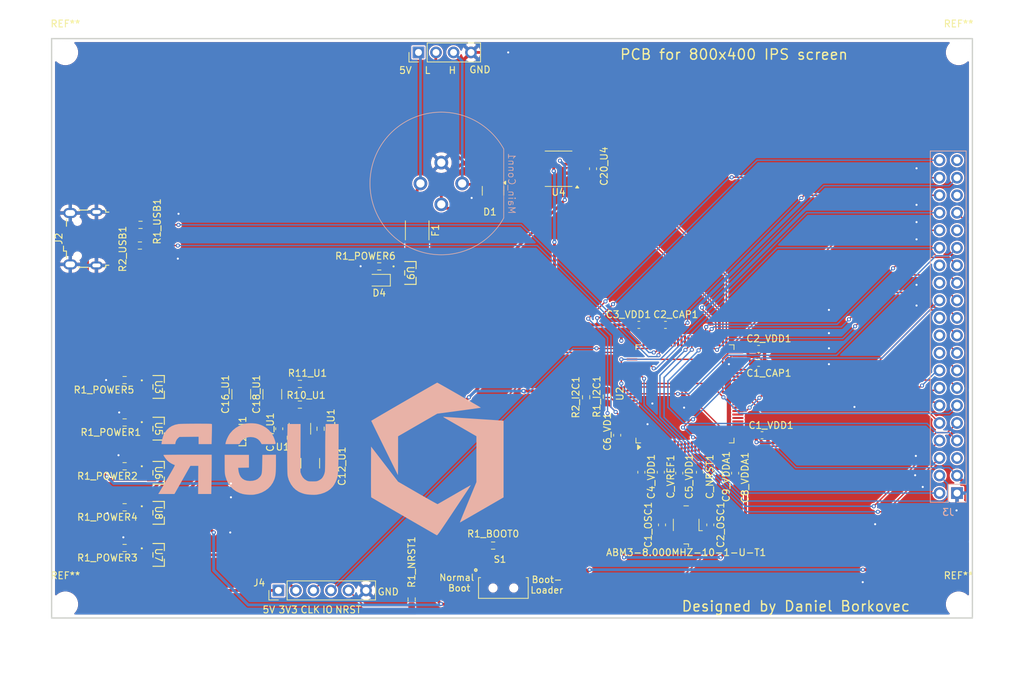
<source format=kicad_pcb>
(kicad_pcb (version 20241229) (generator "pcbnew") (generator_version "9.0")
  (layers (0 "F.Cu" signal) (2 "B.Cu" signal) (13 "F.Paste" user) (15 "B.Paste" user) (5 "F.SilkS" user "F.Silkscreen") (7 "B.SilkS" user "B.Silkscreen") (1 "F.Mask" user) (3 "B.Mask" user) (25 "Edge.Cuts" user))
  (net 0 "")
  (net 1 "GND")
  (net 2 "Net-(U2-PH1)")
  (net 3 "Net-(U2-PH0)")
  (net 4 "Net-(U2-VCAP_1)")
  (net 5 "+3V3")
  (net 6 "Net-(U2-VCAP_2)")
  (net 7 "+5V")
  (net 8 "Net-(U1-VBST)")
  (net 9 "Net-(U1-SW)")
  (net 10 "3V3 REG")
  (net 11 "NRST")
  (net 12 "CANH")
  (net 13 "CANL")
  (net 14 "5V USB")
  (net 15 "5V MAIN CON")
  (net 16 "3V3 DEBUG CON")
  (net 17 "5V DEBUG CON")
  (net 18 "Net-(Main_Conn1-Pin_1)")
  (net 20 "Net-(J2-D-)")
  (net 21 "Net-(J2-D+)")
  (net 22 "T_SDA")
  (net 23 "LCD_D1")
  (net 24 "LCD_D5")
  (net 25 "LCD_RS")
  (net 26 "LCD_D15")
  (net 27 "LCD_LED_A")
  (net 28 "LCD_WR")
  (net 29 "LCD_D13")
  (net 30 "LCD_D9")
  (net 31 "LCD_RESET")
  (net 32 "LCD_D10")
  (net 33 "LCD_D14")
  (net 35 "LCD_D0")
  (net 36 "LCD_D4")
  (net 37 "LCD_D11")
  (net 38 "LCD_D6")
  (net 39 "LCD_D3")
  (net 40 "SD_MISO")
  (net 41 "LCD_D12")
  (net 42 "T_SCL")
  (net 43 "SD_MOSI")
  (net 44 "SD_CLK")
  (net 46 "SD_CS")
  (net 47 "T_RST")
  (net 49 "LCD_D8")
  (net 52 "LCD_D7")
  (net 55 "T_INT")
  (net 56 "LCD_RD")
  (net 57 "LCD_CS")
  (net 59 "LCD_D2")
  (net 60 "SWDIO")
  (net 61 "SWCLK")
  (net 63 "Net-(U2-PA12)")
  (net 64 "Net-(U2-PA11)")
  (net 65 "Net-(U1-EN)")
  (net 66 "Net-(U1-VFB)")
  (net 67 "Net-(U2-BOOT0)")
  (net 68 "CAN1_TX")
  (net 69 "CAN1_RX")
  (net 114 "Net-(R1_POWER1-Pad1)")
  (net 115 "Net-(R1_POWER2-Pad1)")
  (net 116 "Net-(R1_POWER3-Pad1)")
  (net 117 "Net-(R1_POWER4-Pad1)")
  (net 118 "Net-(R1_POWER5-Pad1)")
  (net 119 "Net-(F1-Pad2)")
  (net 120 "Net-(R1_POWER6-Pad1)")
  (footprint "SI2347DS-T1-GE3:SOT_7DS-T1-GE3_VIS" (layer "F.Cu") (at 95.516 128.7498 -90)
    (property "Reference" "U8")
    (property "Value" "SI2347DS-T1-GE3")
  )
  (footprint "Resistor_SMD:R_0603_1608Metric_Pad0.98x0.95mm_HandSolder" (layer "F.Cu") (at 90.5875 133.84988 180)
    (property "Reference" "R1_POWER3")
    (property "Value" "47k")
  )
  (footprint "MountingHole:MountingHole_3.2mm_M3" (layer "F.Cu") (at 82 142)
    (property "Reference" "REF**")
    (property "Value" "MountingHole_3.2mm_M3")
  )
  (footprint "Package_TO_SOT_SMD:SOT-23-6" (layer "F.Cu") (at 116 116.5625 90)
    (property "Reference" "U1")
    (property "Value" "TPS562200")
  )
  (footprint "Capacitor_SMD:C_0603_1608Metric_Pad1.08x0.95mm_HandSolder" (layer "F.Cu") (at 182.5 107)
    (property "Reference" "C1_CAP1")
    (property "Value" "2.2u")
  )
  (footprint "Inductor_SMD:L_1206_3216Metric_Pad1.42x1.75mm_HandSolder" (layer "F.Cu") (at 109.8 117 90)
    (property "Reference" "L2_U1")
    (property "Value" "4.7u")
  )
  (footprint "Resistor_SMD:R_0603_1608Metric_Pad0.98x0.95mm_HandSolder" (layer "F.Cu") (at 90.5875 122 180)
    (property "Reference" "R1_POWER2")
    (property "Value" "47k")
  )
  (footprint "AYZ0102AGRLC:SW_AYZ0102AGRLC" (layer "F.Cu") (at 145.5 139.5)
    (property "Reference" "S1")
    (property "Value" "AYZ0102AGRLC")
  )
  (footprint "Capacitor_SMD:C_0603_1608Metric_Pad1.08x0.95mm_HandSolder" (layer "F.Cu") (at 176.675 122.8625 -90)
    (property "Reference" "C9_VDDA1")
    (property "Value" "1.0u")
  )
  (footprint "SI2347DS-T1-GE3:SOT_7DS-T1-GE3_VIS" (layer "F.Cu") (at 95.516 134.84988 -90)
    (property "Reference" "U7")
    (property "Value" "SI2347DS-T1-GE3")
  )
  (footprint "Resistor_SMD:R_0603_1608Metric_Pad0.98x0.95mm_HandSolder" (layer "F.Cu") (at 132.2 141.3125 90)
    (property "Reference" "R1_NRST1")
    (property "Value" "10k")
  )
  (footprint "Resistor_SMD:R_0603_1608Metric_Pad0.98x0.95mm_HandSolder" (layer "F.Cu") (at 90.5875 109.5 180)
    (property "Reference" "R1_POWER5")
    (property "Value" "47k")
  )
  (footprint "Resistor_SMD:R_0603_1608Metric_Pad0.98x0.95mm_HandSolder" (layer "F.Cu") (at 90.5875 115.65012 180)
    (property "Reference" "R1_POWER1")
    (property "Value" "47k")
  )
  (footprint "Capacitor_SMD:C_0603_1608Metric_Pad1.08x0.95mm_HandSolder" (layer "F.Cu") (at 168.325 122.8625 -90)
    (property "Reference" "C_VREF1")
    (property "Value" "0.1u")
  )
  (footprint "Resistor_SMD:R_0603_1608Metric_Pad0.98x0.95mm_HandSolder" (layer "F.Cu") (at 160.5 111.9125 -90)
    (property "Reference" "R1_I2C1")
    (property "Value" "4.7k")
  )
  (footprint "Capacitor_SMD:C_0603_1608Metric_Pad1.08x0.95mm_HandSolder" (layer "F.Cu") (at 165.5 122.8625 -90)
    (property "Reference" "C4_VDD1")
    (property "Value" "0.1u")
  )
  (footprint "Package_QFP:LQFP-100_14x14mm_P0.5mm" (layer "F.Cu") (at 171.825 111.5 90)
    (property "Reference" "U2")
    (property "Value" "STM32F767VGTx")
  )
  (footprint "Capacitor_SMD:C_0603_1608Metric_Pad1.08x0.95mm_HandSolder" (layer "F.Cu") (at 182.5 105)
    (property "Reference" "C2_VDD1")
    (property "Value" "0.1u")
  )
  (footprint "Capacitor_SMD:C_1210_3225Metric_Pad1.33x2.70mm_HandSolder" (layer "F.Cu") (at 112 111.5625 90)
    (property "Reference" "C18_U1")
    (property "Value" "22u")
  )
  (footprint "Connector_USB:USB_Micro-B_Wuerth_629105150521" (layer "F.Cu") (at 84.55 89.005 90)
    (property "Reference" "J2")
    (property "Value" "USB_B_Micro")
  )
  (footprint "SI2347DS-T1-GE3:SOT_7DS-T1-GE3_VIS" (layer "F.Cu") (at 95.516 122.94996 -90)
    (property "Reference" "U6")
    (property "Value" "SI2347DS-T1-GE3")
  )
  (footprint "Capacitor_SMD:C_0603_1608Metric_Pad1.08x0.95mm_HandSolder" (layer "F.Cu") (at 162 117.5 90)
    (property "Reference" "C6_VD1")
    (property "Value" "0.1u")
  )
  (footprint "Resistor_SMD:R_0603_1608Metric_Pad0.98x0.95mm_HandSolder" (layer "F.Cu") (at 92.8925 87 180)
    (property "Reference" "R1_USB1")
    (property "Value" "22R")
  )
  (footprint "Fuse:Fuse_1812_4532Metric_Pad1.30x3.40mm_HandSolder" (layer "F.Cu") (at 133 87.8 -90)
    (property "Reference" "F1")
    (property "Value" "0.75A")
  )
  (footprint "Resistor_SMD:R_0603_1608Metric_Pad0.98x0.95mm_HandSolder" (layer "F.Cu") (at 119 116.5625 90)
    (property "Reference" "R5_U1")
    (property "Value" "10k")
  )
  (footprint "Connector_PinHeader_2.54mm:PinHeader_1x04_P2.54mm_Vertical" (layer "F.Cu") (at 133.19 62 90)
    (property "Reference" "Main_Conn_Parallel1" (hide yes))
    (property "Value" "Conn_01x04")
  )
  (footprint "Capacitor_SMD:C_1210_3225Metric_Pad1.33x2.70mm_HandSolder" (layer "F.Cu") (at 107.5 111.5625 90)
    (property "Reference" "C16_U1")
    (property "Value" "22u")
  )
  (footprint "Capacitor_SMD:C_0603_1608Metric_Pad1.08x0.95mm_HandSolder" (layer "F.Cu") (at 169 101.5)
    (property "Reference" "C2_CAP1")
    (property "Value" "2.2u")
  )
  (footprint "Diode_SMD:D_SOD-323" (layer "F.Cu") (at 127.5 95.025 180)
    (property "Reference" "D4")
    (property "Value" "BZX384xxxx")
  )
  (footprint "Capacitor_SMD:C_0603_1608Metric_Pad1.08x0.95mm_HandSolder" (layer "F.Cu") (at 168.5 130.5 -90)
    (property "Reference" "C1_OSC1")
    (property "Value" "10p")
  )
  (footprint "SI2347DS-T1-GE3:SOT_7DS-T1-GE3_VIS" (layer "F.Cu") (at 132.016 93.97496 -90)
    (property "Reference" "U9")
    (property "Value" "SI2347DS-T1-GE3")
  )
  (footprint "Capacitor_SMD:C_0603_1608Metric_Pad1.08x0.95mm_HandSolder" (layer "F.Cu") (at 113 116.5625 90)
    (property "Reference" "C14_U1")
    (property "Value" "0.1u")
  )
  (footprint "Resistor_SMD:R_0603_1608Metric_Pad0.98x0.95mm_HandSolder" (layer "F.Cu") (at 144.0125 133.5 180)
    (property "Reference" "R1_BOOT0")
    (property "Value" "10k")
  )
  (footprint "Capacitor_SMD:C_0603_1608Metric_Pad1.08x0.95mm_HandSolder" (layer "F.Cu") (at 120.5 120.925 -90)
    (property "Reference" "C12_U1")
    (property "Value" "0.1u")
  )
  (footprint "Capacitor_SMD:C_1210_3225Metric_Pad1.33x2.70mm_HandSolder" (layer "F.Cu") (at 117.5 121.5625 -90)
    (property "Reference" "C10_U1")
    (property "Value" "15u")
  )
  (footprint "Capacitor_SMD:C_0603_1608Metric_Pad1.08x0.95mm_HandSolder" (layer "F.Cu") (at 175.5 130.5 90)
    (property "Reference" "C2_OSC1")
    (property "Value" "10p")
  )
  (footprint "Resistor_SMD:R_0603_1608Metric_Pad0.98x0.95mm_HandSolder" (layer "F.Cu") (at 127.5 93.025 180)
    (property "Reference" "R1_POWER6")
    (property "Value" "47k")
  )
  (footprint "Package_SO:SOIC-8_3.9x4.9mm_P1.27mm" (layer "F.Cu") (at 153.5 78.865 180)
    (property "Reference" "U4")
    (property "Value" "MCP2562-E-MF")
  )
  (footprint "MountingHole:MountingHole_3.2mm_M3" (layer "F.Cu") (at 211.5 62)
    (property "Reference" "REF**")
    (property "Value" "MountingHole_3.2mm_M3")
  )
  (footprint "Crystal:Crystal_SMD_Abracon_ABM3B-4Pin_5.0x3.2mm" (layer "F.Cu") (at 172 130.5 90)
    (property "Reference" "ABM3-8.000MHZ-10-1-U-T1")
    (property "Value" "Crystal_GND24")
  )
  (footprint "Resistor_SMD:R_0603_1608Metric_Pad0.98x0.95mm_HandSolder" (layer "F.Cu") (at 116 110.0625 180)
    (property "Reference" "R11_U1")
    (property "Value" "10k")
  )
  (footprint "MountingHole:MountingHole_3.2mm_M3" (layer "F.Cu") (at 82 62)
    (property "Reference" "REF**")
    (property "Value" "MountingHole_3.2mm_M3")
  )
  (footprint "Connector_PinHeader_2.54mm:PinHeader_1x06_P2.54mm_Vertical" (layer "F.Cu") (at 112.88 140 90)
    (property "Reference" "J4")
    (property "Value" "Conn_01x06")
  )
  (footprint "Capacitor_SMD:C_0603_1608Metric_Pad1.08x0.95mm_HandSolder" (layer "F.Cu") (at 171 123 -90)
    (property "Reference" "C5_VDD1")
    (property "Value" "0.1u")
  )
  (footprint "Capacitor_SMD:C_0603_1608Metric_Pad1.08x0.95mm_HandSolder" (layer "F.Cu") (at 158.5 78.865 90)
    (property "Reference" "C20_U4")
    (property "Value" "0.1u")
  )
  (footprint "SI2347DS-T1-GE3:SOT_7DS-T1-GE3_VIS" (layer "F.Cu") (at 95.516 110.5 -90)
    (property "Reference" "U3")
    (property "Value" "SI2347DS-T1-GE3")
  )
  (footprint "Capacitor_SMD:C_0603_1608Metric_Pad1.08x0.95mm_HandSolder" (layer "F.Cu") (at 179.1 123 -90)
    (property "Reference" "C8_VDDA1")
    (property "Value" "0.1u")
  )
  (footprint "Capacitor_SMD:C_0603_1608Metric_Pad1.08x0.95mm_HandSolder" (layer "F.Cu") (at 165.1375 101.5)
    (property "Reference" "C3_VDD1")
    (property "Value" "0.1u")
  )
  (footprint "Resistor_SMD:R_0603_1608Metric_Pad0.98x0.95mm_HandSolder" (layer "F.Cu") (at 90.5875 127.94996 180)
    (property "Reference" "R1_POWER4")
    (property "Value" "47k")
  )
  (footprint "Resistor_SMD:R_0603_1608Metric_Pad0.98x0.95mm_HandSolder" (layer "F.Cu") (at 157.5 112 -90)
    (property "Reference" "R2_I2C1")
    (property "Value" "4.7k")
  )
  (footprint "Resistor_SMD:R_0603_1608Metric_Pad0.98x0.95mm_HandSolder" (layer "F.Cu") (at 92.805 90 180)
    (property "Reference" "R2_USB1")
    (property "Value" "22R")
  )
  (footprint "Resistor_SMD:R_0603_1608Metric_Pad0.98x0.95mm_HandSolder" (layer "F.Cu") (at 116 113.0625)
    (property "Reference" "R10_U1")
    (property "Value" "33.2k")
  )
  (footprint "Package_TO_SOT_SMD:SOT-23" (layer "F.Cu") (at 144 82.0625 -90)
    (property "Reference" "D1")
    (property "Value" "CAN_TVS")
  )
  (footprint "Capacitor_SMD:C_0603_1608Metric_Pad1.08x0.95mm_HandSolder" (layer "F.Cu") (at 174 122.8625 -90)
    (property "Reference" "C_NRST1")
    (property "Value" "0.1u")
  )
  (footprint "Capacitor_SMD:C_0603_1608Metric_Pad1.08x0.95mm_HandSolder" (layer "F.Cu") (at 183 117.5)
    (property "Reference" "C1_VDD1")
    (property "Value" "0.1u")
  )
  (footprint "SI2347DS-T1-GE3:SOT_7DS-T1-GE3_VIS" (layer "F.Cu") (at 95.516 116.55004 -90)
    (property "Reference" "U5")
    (property "Value" "SI2347DS-T1-GE3")
  )
  (footprint "MountingHole:MountingHole_3.2mm_M3" (layer "F.Cu") (at 211.5 142)
    (property "Reference" "REF**")
    (property "Value" "MountingHole_3.2mm_M3")
  )
  (footprint "Connector_PinSocket_2.54mm:PinSocket_2x20_P2.54mm_Vertical" (layer "B.Cu") (at 211.27 125.89)
    (property "Reference" "J3")
    (property "Value" "Conn_02x20_Socket")
  )
  (footprint "UGR:Bulgin_4_Pin" (layer "B.Cu") (at 136.5 81 -90)
    (property "Reference" "Main_Conn1")
    (property "Value" "Conn_01x04")
  )
  (footprint "Library:UGR_ALL_SILK_50mm" (layer "B.Cu") (at 120.5 120.925 180)
    (property "Reference" "G***" (hide yes))
    (property "Value" "LOGO" (hide yes))
  )
  (gr_rect (start 80 60) (end 213.5 144) (stroke (width 0.2)) (fill no) (layer "Edge.Cuts"))
  (gr_text "PCB for 800x400 IPS screen" (at 178.935 62.3 0) (layer "F.SilkS") (effects (font (size 1.5 1.5) (thickness 0.2))))
  (gr_text "5V" (at 131.3 64.6 0) (layer "F.SilkS") (effects (font (size 1 1))))
  (gr_text "3V3\n" (at 114.3 142.8 0) (layer "F.SilkS") (effects (font (size 1 1))))
  (gr_text "L\n" (at 134.5 64.6 0) (layer "F.SilkS") (effects (font (size 1 1))))
  (gr_text "CLK\n" (at 117.5 142.8 0) (layer "F.SilkS") (effects (font (size 1 1))))
  (gr_text "Normal \nBoot\n" (at 139.1 138.9 0) (layer "F.SilkS") (effects (font (size 0.944882 0.944882))))
  (gr_text "5V" (at 111.5 142.8 0) (layer "F.SilkS") (effects (font (size 1 1))))
  (gr_text "Boot-\nLoader" (at 151.8 139.2 0) (layer "F.SilkS") (effects (font (size 0.944882 0.944882))))
  (gr_text "NRST" (at 123 142.8 0) (layer "F.SilkS") (effects (font (size 1 1))))
  (gr_text "GND\n" (at 142.1 64.5 0) (layer "F.SilkS") (effects (font (size 1 1))))
  (gr_text "GND" (at 128.8 140.2 0) (layer "F.SilkS") (effects (font (size 1 1))))
  (gr_text "IO" (at 120 142.8 0) (layer "F.SilkS") (effects (font (size 1 1))))
  (gr_text "H" (at 138.1 64.6 0) (layer "F.SilkS") (effects (font (size 1 1))))
  (gr_text "Designed by Daniel Borkovec\n" (at 187.9 142.3 0) (layer "F.SilkS") (effects (font (size 1.5 1.5) (thickness 0.2))))
  (segment (start 166.4 115.9) (end 166.4 113.6) (width 0.2) (layer "F.Cu") (net 1))
  (segment (start 178.2 106.4) (end 178.2 107.2) (width 0.2) (layer "F.Cu") (net 1))
  (segment (start 89.675 122) (end 89.675 120.425) (width 0.2) (layer "F.Cu") (net 1))
  (segment (start 182.3625 106) (end 183.3625 107) (width 0.2) (layer "F.Cu") (net 1))
  (segment (start 174.3375 129.6375) (end 175.5 129.6375) (width 0.2) (layer "F.Cu") (net 1))
  (segment (start 166.325 101.825) (end 166 101.5) (width 0.2) (layer "F.Cu") (net 1))
  (segment (start 89.675 114.325) (end 89.8 114.2) (width 0.2) (layer "F.Cu") (net 1))
  (segment (start 154.216612 80.77) (end 155.486612 79.5) (width 0.4) (layer "F.Cu") (net 1))
  (segment (start 89.675 120.425) (end 89.7 120.4) (width 0.2) (layer "F.Cu") (net 1))
  (segment (start 170.325 117.275) (end 170.6 117) (width 0.2) (layer "F.Cu") (net 1))
  (segment (start 89.675 133.84988) (end 89.675 133.025) (width 0.2) (layer "F.Cu") (net 1))
  (segment (start 171.7 113.5) (end 171.1 112.9) (width 0.2) (layer "F.Cu") (net 1))
  (segment (start 126.5875 93.025) (end 124.825 93.025) (width 0.2) (layer "F.Cu") (net 1))
  (segment (start 140.81 62) (end 146.2 62) (width 0.4) (layer "F.Cu") (net 1))
  (segment (start 173.483824 117) (end 174.557824 118.074) (width 0.2) (layer "F.Cu") (net 1))
  (segment (start 174.825 118.341176) (end 174.825 119.175) (width 0.2) (layer "F.Cu") (net 1))
  (segment (start 166.4 113.6) (end 167.1 112.9) (width 0.2) (layer "F.Cu") (net 1))
  (segment (start 174.557824 118.074) (end 174.825 118.341176) (width 0.2) (layer "F.Cu") (net 1))
  (segment (start 170.05 117) (end 170.325 117.275) (width 0.2) (layer "F.Cu") (net 1))
  (segment (start 88.95004 127.94996) (end 88.1 128.8) (width 0.2) (layer "F.Cu") (net 1))
  (segment (start 89.675 133.025) (end 90.4 132.3) (width 0.2) (layer "F.Cu") (net 1))
  (segment (start 151.025 80.77) (end 154.216612 80.77) (width 0.4) (layer "F.Cu") (net 1))
  (segment (start 211.27 125.89) (end 211.27 128.33) (width 0.2) (layer "F.Cu") (net 1))
  (segment (start 169.6625 131.3625) (end 170.15 131.85) (width 0.2) (layer "F.Cu") (net 1))
  (segment (start 89.675 127.94996) (end 88.95004 127.94996) (width 0.2) (layer "F.Cu") (net 1))
  (segment (start 179.5 106) (end 182.1 106) (width 0.2) (layer "F.Cu") (net 1))
  (segment (start 173.2 128.5) (end 174.3375 129.6375) (width 0.2) (layer "F.Cu") (net 1))
  (segment (start 166.325 103.825) (end 166.325 101.825) (width 0.2) (layer "F.Cu") (net 1))
  (segment (start 170.15 131.85) (end 170.8 132.5) (width 0.2) (layer "F.Cu") (net 1))
  (segment (start 155.486612 79.5) (end 155.975 79.5) (width 0.4) (layer "F.Cu") (net 1))
  (segment (start 170.15 131.55) (end 173.2 128.5) (width 0.2) (layer "F.Cu") (net 1))
  (segment (start 124.825 93.025) (end 124.8 93) (width 0.2) (layer "F.Cu") (net 1))
  (segment (start 89.675 109.5) (end 87.9 109.5) (width 0.2) (layer "F.Cu") (net 1))
  (segment (start 170.6 117) (end 173.483824 117) (width 0.2) (layer "F.Cu") (net 1))
  (segment (start 179.5 106) (end 178.6 106) (width 0.2) (layer "F.Cu") (net 1))
  (segment (start 144 83) (end 141 83) (width 0.4) (layer "F.Cu") (net 1))
  (segment (start 170.15 131.85) (end 170.15 131.55) (width 0.2) (layer "F.Cu") (net 1))
  (segment (start 158.2725 79.5) (end 158.5 79.7275) (width 0.4) (layer "F.Cu") (net 1))
  (segment (start 211.27 128.33) (end 211.2 128.4) (width 0.2) (layer "F.Cu") (net 1))
  (segment (start 155.975 79.5) (end 158.2725 79.5) (width 0.4) (layer "F.Cu") (net 1))
  (segment (start 164.15 117) (end 170.05 117) (width 0.2) (layer "F.Cu") (net 1))
  (segment (start 164.15 117) (end 162.3625 117) (width 0.2) (layer "F.Cu") (net 1))
  (segment (start 182.3625 106) (end 183.3625 105) (width 0.2) (layer "F.Cu") (net 1))
  (segment (start 162.3625 117) (end 162 116.6375) (width 0.2) (layer "F.Cu") (net 1))
  (segment (start 171.1 112.9) (end 167.1 112.9) (width 0.2) (layer "F.Cu") (net 1))
  (segment (start 141 83) (end 140.9 83.1) (width 0.4) (layer "F.Cu") (net 1))
  (segment (start 170.325 119.175) (end 170.325 117.275) (width 0.2) (layer "F.Cu") (net 1))
  (segment (start 143 133.6) (end 143.1 133.5) (width 0.2) (layer "F.Cu") (net 1))
  (segment (start 182.1 106) (end 182.3625 106) (width 0.2) (layer "F.Cu") (net 1))
  (segment (start 89.675 115.65012) (end 89.675 114.325) (width 0.2) (layer "F.Cu") (net 1))
  (segment (start 168.5 131.3625) (end 169.6625 131.3625) (width 0.2) (layer "F.Cu") (net 1))
  (segment (start 178.6 106) (end 178.2 106.4) (width 0.2) (layer "F.Cu") (net 1))
  (via (at 199.4 130.4) (size 0.6) (drill 0.3) (layers "F.Cu" "B.Cu") (net 1))
  (via (at 205.4 86.6) (size 0.6) (drill 0.3) (layers "F.Cu" "B.Cu") (net 1))
  (via (at 205.4 78.8) (size 0.6) (drill 0.3) (layers "F.Cu" "B.Cu") (net 1))
  (via (at 192.7 107.2) (size 0.6) (drill 0.3) (layers "F.Cu" "B.Cu") (net 1))
  (via (at 205.4 84.1) (size 0.6) (drill 0.3) (layers "F.Cu" "B.Cu") (net 1))
  (via (at 171.7 113.5) (size 0.6) (drill 0.3) (layers "F.Cu" "B.Cu") (net 1))
  (via (at 197.6 138.8) (size 0.6) (drill 0.3) (layers "F.Cu" "B.Cu") (net 1))
  (via (at 205.4 95.7) (size 0.6) (drill 0.3) (layers "F.Cu" "B.Cu") (net 1))
  (via (at 167.1 112.9) (size 0.6) (drill 0.3) (layers "F.Cu" "B.Cu") (net 1))
  (via (at 192.7 99.332191) (size 0.6) (drill 0.3) (layers "F.Cu" "B.Cu") (net 1))
  (via (at 205.4 98.7) (size 0.6) (drill 0.3) (layers "F.Cu" "B.Cu") (net 1))
  (via (at 89.8 114.2) (size 0.6) (drill 0.3) (layers "F.Cu" "B.Cu") (net 1))
  (via (at 192.7 102.7) (size 0.6) (drill 0.3) (layers "F.Cu" "B.Cu") (net 1))
  (via (at 166.4 115.9) (size 0.6) (drill 0.3) (layers "F.Cu" "B.Cu") (net 1))
  (via (at 196.4 113.4) (size 0.6) (drill 0.3) (layers "F.Cu" "B.Cu") (net 1))
  (via (at 88.1 128.8) (size 0.6) (drill 0.3) (layers "F.Cu" "B.Cu") (net 1))
  (via (at 98.3 91.9) (size 0.6) (drill 0.3) (layers "F.Cu" "B.Cu") (net 1))
  (via (at 146.2 62) (size 0.6) (drill 0.3) (layers "F.Cu" "B.Cu") (net 1))
  (via (at 205.3 120.5) (size 0.6) (drill 0.3) (layers "F.Cu" "B.Cu") (net 1))
  (via (at 124.8 93) (size 0.6) (drill 0.3) (layers "F.Cu" "B.Cu") (net 1))
  (via (at 205.2 123.3) (size 0.6) (drill 0.3) (layers "F.Cu" "B.Cu") (net 1))
  (via (at 89.7 120.4) (size 0.6) (drill 0.3) (layers "F.Cu" "B.Cu") (net 1))
  (via (at 140.9 83.1) (size 0.6) (drill 0.3) (layers "F.Cu" "B.Cu") (net 1))
  (via (at 205.4 89.1) (size 0.6) (drill 0.3) (layers "F.Cu" "B.Cu") (net 1))
  (via (at 211.2 128.4) (size 0.6) (drill 0.3) (layers "F.Cu" "B.Cu") (net 1))
  (via (at 106 126.5) (size 0.6) (drill 0.3) (layers "F.Cu" "B.Cu") (net 1))
  (via (at 98.4 85.4) (size 0.6) (drill 0.3) (layers "F.Cu" "B.Cu") (net 1))
  (via (at 192.7 104.9) (size 0.6) (drill 0.3) (layers "F.Cu" "B.Cu") (net 1))
  (via (at 87.9 109.5) (size 0.6) (drill 0.3) (layers "F.Cu" "B.Cu") (net 1))
  (via (at 105.9 131.6) (size 0.6) (drill 0.3) (layers "F.Cu" "B.Cu") (net 1))
  (via (at 178.2 107.2) (size 0.6) (drill 0.3) (layers "F.Cu" "B.Cu") (net 1))
  (via (at 90.4 132.3) (size 0.6) (drill 0.3) (layers "F.Cu" "B.Cu") (net 1))
  (via (at 206.3 125) (size 0.6) (drill 0.3) (layers "F.Cu" "B.Cu") (net 1))
  (segment (start 176.276 128.776) (end 172.401 124.901) (width 0.2) (layer "F.Cu") (net 2))
  (segment (start 176.276 130.5865) (end 176.276 128.776) (width 0.2) (layer "F.Cu") (net 2))
  (segment (start 171.825 120.3921) (end 171.825 119.175) (width 0.2) (layer "F.Cu") (net 2))
  (segment (start 174.3375 131.3625) (end 175.5 131.3625) (width 0.2) (layer "F.Cu") (net 2))
  (segment (start 172.401 120.9681) (end 171.825 120.3921) (width 0.2) (layer "F.Cu") (net 2))
  (segment (start 175.5 131.3625) (end 176.276 130.5865) (width 0.2) (layer "F.Cu") (net 2))
  (segment (start 172.401 124.901) (end 172.401 120.9681) (width 0.2) (layer "F.Cu") (net 2))
  (segment (start 173.2 132.5) (end 174.3375 131.3625) (width 0.2) (layer "F.Cu") (net 2))
  (segment (start 171.325 119.175) (end 171.325 120.843134) (width 0.2) (layer "F.Cu") (net 3))
  (segment (start 171.981866 121.5) (end 172 121.5) (width 0.2) (layer "F.Cu") (net 3))
  (segment (start 172 127.3) (end 170.8 128.5) (width 0.2) (layer "F.Cu") (net 3))
  (segment (start 172 121.5) (end 172 127.3) (width 0.2) (layer "F.Cu") (net 3))
  (segment (start 169.6625 129.6375) (end 170.8 128.5) (width 0.2) (layer "F.Cu") (net 3))
  (segment (start 168.5 129.6375) (end 169.6625 129.6375) (width 0.2) (layer "F.Cu") (net 3))
  (segment (start 171.325 120.843134) (end 171.981866 121.5) (width 0.2) (layer "F.Cu") (net 3))
  (segment (start 181.1375 106.5) (end 179.5 106.5) (width 0.2) (layer "F.Cu") (net 4))
  (segment (start 181.6375 107) (end 181.1375 106.5) (width 0.2) (layer "F.Cu") (net 4))
  (segment (start 163.8 123.7) (end 165.5 122) (width 0.4) (layer "F.Cu") (net 5))
  (segment (start 122.80024 129.69976) (end 140.5 112) (width 0.4) (layer "F.Cu") (net 5))
  (segment (start 165.5 122) (end 165.5 121.8625) (width 0.2) (layer "F.Cu") (net 5))
  (segment (start 179.5 105.5) (end 178.2 105.5) (width 0.2) (layer "F.Cu") (net 5))
  (segment (start 164.275 101.5) (end 164.275 102.326) (width 0.4) (layer "F.Cu") (net 5))
  (segment (start 163 135.2) (end 163 124.5) (width 0.4) (layer "F.Cu") (net 5))
  (segment (start 101.59976 129.69976) (end 103.5 131.6) (width 0.4) (layer "F.Cu") (net 5))
  (segment (start 177.953676 122.1375) (end 178.8 122.1375) (width 0.2) (layer "F.Cu") (net 5))
  (segment (start 151 101.5) (end 147.5 105) (width 0.4) (layer "F.Cu") (net 5))
  (segment (start 177.3 111.050057) (end 178.001 111.751057) (width 0.2) (layer "F.Cu") (net 5))
  (segment (start 180 105) (end 179.5 105.5) (width 0.2) (layer "F.Cu") (net 5))
  (segment (start 162 118.3625) (end 163.2875 118.3625) (width 0.2) (layer "F.Cu") (net 5))
  (segment (start 152.9 99.6) (end 147.5 105) (width 0.4) (layer "F.Cu") (net 5))
  (segment (start 182.2 118.5) (end 182.2 117.5625) (width 0.2) (layer "F.Cu") (net 5))
  (segment (start 164.275 101.5) (end 160.9 101.5) (width 0.4) (layer "F.Cu") (net 5))
  (segment (start 160.9 101.5) (end 162.6 103.2) (width 0.4) (layer "F.Cu") (net 5))
  (segment (start 152.8 79.2) (end 152.8 77.8) (width 0.4) (layer "F.Cu") (net 5))
  (segment (start 178.666176 117) (end 179.5 117) (width 0.2) (layer "F.Cu") (net 5))
  (segment (start 212.799 132.501) (end 212.799 124.879) (width 0.4) (layer "F.Cu") (net 5))
  (segment (start 99.4 129.69976) (end 122.80024 129.69976) (width 0.4) (layer "F.Cu") (net 5))
  (segment (start 175.825 120.008824) (end 177.953676 122.1375) (width 0.2) (layer "F.Cu") (net 5))
  (segment (start 94.5 129.69976) (end 90.80024 129.69976) (width 0.4) (layer "F.Cu") (net 5))
  (segment (start 134.9 140.4) (end 132.2 140.4) (width 0.4) (layer "F.Cu") (net 5))
  (segment (start 178.001 116.334824) (end 178.666176 117) (width 0.2) (layer "F.Cu") (net 5))
  (segment (start 175.325 119.175) (end 175.325 120.65) (width 0.2) (layer "F.Cu") (net 5))
  (segment (start 148.4125 111.0875) (end 151.5 111.0875) (width 0.4) (layer "F.Cu") (net 5))
  (segment (start 90.80024 129.69976) (end 88 132.5) (width 0.4) (layer "F.Cu") (net 5))
  (segment (start 157.5875 111) (end 157.5 111.0875) (width 0.4) (layer "F.Cu") (net 5))
  (segment (start 153 142) (end 158 137) (width 0.4) (layer "F.Cu") (net 5))
  (segment (start 150.45 137.05) (end 163 124.5) (width 0.4) (layer "F.Cu") (net 5))
  (segment (start 88 135) (end 88.79984 135.79984) (width 0.4) (layer "F.Cu") (net 5))
  (segment (start 179.5 117) (end 181.6375 117) (width 0.2) (layer "F.Cu") (net 5))
  (segment (start 151.96 76.96) (end 151.025 76.96) (width 0.4) (layer "F.Cu") (net 5))
  (segment (start 150 137.05) (end 150.45 137.05) (width 0.4) (layer "F.Cu") (net 5))
  (segment (start 162.6 103.2) (end 162.6 103.8) (width 0.4) (layer "F.Cu") (net 5))
  (segment (start 163.2875 118.3625) (end 164.15 117.5) (width 0.2) (layer "F.Cu") (net 5))
  (segment (start 175.825 119.175) (end 175.825 120.008824) (width 0.2) (layer "F.Cu") (net 5))
  (segment (start 179.9875 122.1375) (end 178.8 122.1375) (width 0.4) (layer "F.Cu") (net 5))
  (segment (start 178.2 105.5) (end 177.3 106.4) (width 0.2) (layer "F.Cu") (net 5))
  (segment (start 164.275 102.326) (end 165.774 103.825) (width 0.4) (layer "F.Cu") (net 5))
  (segment (start 175.325 120.65) (end 176.675 122) (width 0.2) (layer "F.Cu") (net 5))
  (segment (start 136.5 142) (end 153 142) (width 0.4) (layer "F.Cu") (net 5))
  (segment (start 208.3 137) (end 212.799 132.501) (width 0.4) (layer "F.Cu") (net 5))
  (segment (start 165.5 122) (end 168.325 122) (width 0.2) (layer "F.Cu") (net 5))
  (segment (start 170.825 121.9625) (end 170.825 119.175) (width 0.2) (layer "F.Cu") (net 5))
  (segment (start 150.8 137.05) (end 157.95 137.05) (width 0.4) (layer "F.Cu") (net 5))
  (segment (start 147.5 105) (end 140.5 112) (width 0.4) (layer "F.Cu") (net 5))
  (segment (start 151.5 111.0875) (end 157.5 111.0875) (width 0.4) (layer "F.Cu") (net 5))
  (segment (start 160.5 111) (end 157.5875 111) (width 0.4) (layer "F.Cu") (net 5))
  (segment (start 88 132.5) (end 88 135) (width 0.4) (layer "F.Cu") (net 5))
  (segment (start 163 124.5) (end 163.8 123.7) (width 0.4) (layer "F.Cu") (net 5))
  (segment (start 136.45 141.95) (end 136.5 142) (width 0.4) (layer "F.Cu") (net 5))
  (segment (start 165.5 121.8625) (end 162 118.3625) (width 0.2) (layer "F.Cu") (net 5))
  (segment (start 180.6 122.75) (end 179.9875 122.1375) (width 0.4) (layer "F.Cu") (net 5))
  (segment (start 160.9 101.5) (end 151 101.5) (width 0.4) (layer "F.Cu") (net 5))
  (segment (start 182.2 117.5625) (end 182.1375 117.5) (width 0.2) (layer "F.Cu") (net 5))
  (segment (start 148 137.05) (end 150.8 137.05) (width 0.4) (layer "F.Cu") (net 5))
  (segment (start 99.4 129.69976) (end 101.59976 129.69976) (width 0.4) (layer "F.Cu") (net 5))
  (segment (start 181.6375 117) (end 182.1375 117.5) (width 0.2) (layer "F.Cu") (net 5))
  (segment (start 135 127.5875) (end 135 140.2) (width 0.4) (layer "F.Cu") (net 5))
  (segment (start 135.6 141.1) (end 136.45 141.95) (width 0.4) (layer "F.Cu") (net 5))
  (segment (start 88.79984 135.79984) (end 94.5 135.79984) (width 0.4) (layer "F.Cu") (net 5))
  (segment (start 168.325 119.175) (end 168.325 122) (width 0.2) (layer "F.Cu") (net 5))
  (segment (start 171 122.1375) (end 168.4625 122.1375) (width 0.2) (layer "F.Cu") (net 5))
  (segment (start 134.9875 140.1875) (end 135 140.2) (width 0.2) (layer "F.Cu") (net 5))
  (segment (start 212.799 124.879) (end 211.27 123.35) (width 0.4) (layer "F.Cu") (net 5))
  (segment (start 151.5 111.0875) (end 135 127.5875) (width 0.4) (layer "F.Cu") (net 5))
  (segment (start 178.001 111.751057) (end 178.001 116.334824) (width 0.2) (layer "F.Cu") (net 5))
  (segment (start 135 140.5) (end 135.6 141.1) (width 0.4) (layer "F.Cu") (net 5))
  (segment (start 180.6 131.6) (end 180.6 122.75) (width 0.4) (layer "F.Cu") (net 5))
  (segment (start 178.8 122.1375) (end 179.1 122.1375) (width 0.2) (layer "F.Cu") (net 5))
  (segment (start 197.62 137) (end 208.3 137) (width 0.4) (layer "F.Cu") (net 5))
  (segment (start 177.3 106.4) (end 177.3 111.050057) (width 0.2) (layer "F.Cu") (net 5))
  (segment (start 181.6375 105) (end 180 105) (width 0.2) (layer "F.Cu") (net 5))
  (segment (start 152.9 89.5) (end 152.9 99.6) (width 0.4) (layer "F.Cu") (net 5))
  (segment (start 177 135.2) (end 180.6 131.6) (width 0.4) (layer "F.Cu") (net 5))
  (segment (start 135 140.5) (end 134.9 140.4) (width 0.4) (layer "F.Cu") (net 5))
  (segment (start 171 122.1375) (end 170.825 121.9625) (width 0.2) (layer "F.Cu") (net 5))
  (segment (start 157.95 137.05) (end 158 137) (width 0.4) (layer "F.Cu") (net 5))
  (segment (start 135 140.2) (end 135 140.5) (width 0.4) (layer "F.Cu") (net 5))
  (segment (start 152.8 77.8) (end 151.96 76.96) (width 0.4) (layer "F.Cu") (net 5))
  (segment (start 94.5 129.69976) (end 99.4 129.69976) (width 0.4) (layer "F.Cu") (net 5))
  (segment (start 148 137.05) (end 148.05 137) (width 0.4) (layer "F.Cu") (net 5))
  (segment (start 168.4625 122.1375) (end 168.325 122) (width 0.2) (layer "F.Cu") (net 5))
  (via (at 136.45 141.95) (size 0.6) (drill 0.3) (layers "F.Cu" "B.Cu") (net 5))
  (via (at 177 135.2) (size 0.6) (drill 0.3) (layers "F.Cu" "B.Cu") (net 5))
  (via (at 163 135.2) (size 0.6) (drill 0.3) (layers "F.Cu" "B.Cu") (net 5))
  (via (at 197.62 137) (size 0.6) (drill 0.3) (layers "F.Cu" "B.Cu") (net 5))
  (via (at 158 137) (size 0.6) (drill 0.3) (layers "F.Cu" "B.Cu") (net 5))
  (via (at 148.4125 111.0875) (size 0.6) (drill 0.3) (layers "F.Cu" "B.Cu") (net 5))
  (via (at 152.8 79.2) (size 0.6) (drill 0.3) (layers "F.Cu" "B.Cu") (net 5))
  (via (at 140.5 112) (size 0.6) (drill 0.3) (layers "F.Cu" "B.Cu") (net 5))
  (via (at 182.2 118.5) (size 0.6) (drill 0.3) (layers "F.Cu" "B.Cu") (net 5))
  (via (at 152.9 89.5) (size 0.6) (drill 0.3) (layers "F.Cu" "B.Cu") (net 5))
  (via (at 162.6 103.8) (size 0.6) (drill 0.3) (layers "F.Cu" "B.Cu") (net 5))
  (via (at 103.5 131.6) (size 0.6) (drill 0.3) (layers "F.Cu" "B.Cu") (net 5))
  (segment (start 162.9 135.3) (end 163 135.2) (width 0.4) (layer "B.Cu") (net 5))
  (segment (start 210.119 122.199) (end 211.27 123.35) (width 0.2) (layer "B.Cu") (net 5))
  (segment (start 148.4125 111.0875) (end 147.6125 111.0875) (width 0.4) (layer "B.Cu") (net 5))
  (segment (start 152.9 79.3) (end 152.8 79.2) (width 0.4) (layer "B.Cu") (net 5))
  (segment (start 197.62 137) (end 158 137) (width 0.4) (layer "B.Cu") (net 5))
  (segment (start 152.9 89.5) (end 152.9 79.3) (width 0.4) (layer "B.Cu") (net 5))
  (segment (start 187.899 122.199) (end 210.119 122.199) (width 0.2) (layer "B.Cu") (net 5))
  (segment (start 147.6125 111.0875) (end 147.6 111.1) (width 0.4) (layer "B.Cu") (net 5))
  (segment (start 182.2 118.5) (end 184.2 118.5) (width 0.2) (layer "B.Cu") (net 5))
  (segment (start 141.4 111.1) (end 140.5 112) (width 0.4) (layer "B.Cu") (net 5))
  (segment (start 103.5 137.1) (end 108.5 142.1) (width 0.4) (layer "B.Cu") (net 5))
  (segment (start 184.2 118.5) (end 187.899 122.199) (width 0.2) (layer "B.Cu") (net 5))
  (segment (start 136.3 142.1) (end 136.45 141.95) (width 0.4) (layer "B.Cu") (net 5))
  (segment (start 147.6 111.1) (end 141.4 111.1) (width 0.4) (layer "B.Cu") (net 5))
  (segment (start 177 135.2) (end 163 135.2) (width 0.4) (layer "B.Cu") (net 5))
  (segment (start 103.5 131.6) (end 103.5 137.1) (width 0.4) (layer "B.Cu") (net 5))
  (segment (start 108.5 142.1) (end 136.3 142.1) (width 0.4) (layer "B.Cu") (net 5))
  (segment (start 166.825 102.8125) (end 166.825 103.825) (width 0.2) (layer "F.Cu") (net 6))
  (segment (start 168.1375 101.5) (end 166.825 102.8125) (width 0.2) (layer "F.Cu") (net 6))
  (segment (start 117.175 117.475) (end 116.95 117.7) (width 0.4) (layer "F.Cu") (net 7))
  (segment (start 94.5 123.89992) (end 88.39992 123.89992) (width 0.4) (layer "F.Cu") (net 7))
  (segment (start 116.1 120) (end 111.6 124.5) (width 0.4) (layer "F.Cu") (net 7))
  (segment (start 116.95 117.7) (end 116.95 119.45) (width 0.4) (layer "F.Cu") (net 7))
  (segment (start 87.5 121) (end 87.5 114.5) (width 0.4) (layer "F.Cu") (net 7))
  (segment (start 154.4 83.4) (end 120.325 117.475) (width 0.4) (layer "F.Cu") (net 7))
  (segment (start 153.7 77.7) (end 154.2 78.2) (width 0.4) (layer "F.Cu") (net 7))
  (segment (start 111.6 124.5) (end 106 124.5) (width 0.4) (layer "F.Cu") (net 7))
  (segment (start 117.5 120) (end 116.1 120) (width 0.4) (layer "F.Cu") (net 7))
  (segment (start 116.95 119.45) (end 117.5 120) (width 0.4) (layer "F.Cu") (net 7))
  (segment (start 94.5 117.5) (end 91 117.5) (width 0.4) (layer "F.Cu") (net 7))
  (segment (start 120.325 117.475) (end 119 117.475) (width 0.4) (layer "F.Cu") (net 7))
  (segment (start 117.5 120) (end 120.4375 120) (width 0.4) (layer "F.Cu") (net 7))
  (segment (start 90.55004 111.44996) (end 94.5 111.44996) (width 0.4) (layer "F.Cu") (net 7))
  (segment (start 119 117.475) (end 117.175 117.475) (width 0.4) (layer "F.Cu") (net 7))
  (segment (start 87.5 114.5) (end 90.55004 111.44996) (width 0.4) (layer "F.Cu") (net 7))
  (segment (start 158.5 78.0025) (end 156.2025 78.0025) (width 0.4) (layer "F.Cu") (net 7))
  (segment (start 91 117.5) (end 87.5 121) (width 0.4) (layer "F.Cu") (net 7))
  (segment (start 88.39992 123.89992) (end 87.5 123) (width 0.4) (layer "F.Cu") (net 7))
  (segment (start 87.5 123) (end 87.5 121) (width 0.4) (layer "F.Cu") (net 7))
  (segment (start 120.4375 120) (end 120.5 120.0625) (width 0.4) (layer "F.Cu") (net 7))
  (segment (start 154.2 78.2) (end 155.945 78.2) (width 0.4) (layer "F.Cu") (net 7))
  (segment (start 155.945 78.2) (end 155.975 78.23) (width 0.4) (layer "F.Cu") (net 7))
  (segment (start 156.2025 78.0025) (end 155.975 78.23) (width 0.4) (layer "F.Cu") (net 7))
  (via (at 106 124.5) (size 0.6) (drill 0.3) (layers "F.Cu" "B.Cu") (net 7))
  (via (at 88 123.5) (size 0.6) (drill 0.3) (layers "F.Cu" "B.Cu") (net 7))
  (via (at 154.4 83.4) (size 0.6) (drill 0.3) (layers "F.Cu" "B.Cu") (net 7))
  (via (at 153.7 77.7) (size 0.6) (drill 0.3) (layers "F.Cu" "B.Cu") (net 7))
  (segment (start 106 124.5) (end 89 124.5) (width 0.4) (layer "B.Cu") (net 7))
  (segment (start 89 124.5) (end 88 123.5) (width 0.4) (layer "B.Cu") (net 7))
  (segment (start 154.4 83.4) (end 154.4 78.4) (width 0.4) (layer "B.Cu") (net 7))
  (segment (start 154.4 78.4) (end 153.7 77.7) (width 0.4) (layer "B.Cu") (net 7))
  (segment (start 115.05 115.425) (end 113.275 115.425) (width 0.4) (layer "F.Cu") (net 8))
  (segment (start 114.9 115.575) (end 115.05 115.425) (width 0.4) (layer "F.Cu") (net 8))
  (segment (start 114.9 115.6) (end 114.9 115.575) (width 0.4) (layer "F.Cu") (net 8))
  (segment (start 113.275 115.425) (end 113 115.7) (width 0.4) (layer "F.Cu") (net 8))
  (segment (start 111.9375 118.4875) (end 113 117.425) (width 0.4) (layer "F.Cu") (net 9))
  (segment (start 116 117.037501) (end 116 117.7) (width 0.4) (layer "F.Cu") (net 9))
  (segment (start 113.7885 116.6365) (end 115.598999 116.6365) (width 0.4) (layer "F.Cu") (net 9))
  (segment (start 109.8 118.4875) (end 111.9375 118.4875) (width 0.4) (layer "F.Cu") (net 9))
  (segment (start 113 117.425) (end 113.7885 116.6365) (width 0.4) (layer "F.Cu") (net 9))
  (segment (start 115.598999 116.6365) (end 116 117.037501) (width 0.4) (layer "F.Cu") (net 9))
  (segment (start 112 113.3125) (end 109.8 115.5125) (width 0.4) (layer "F.Cu") (net 10))
  (segment (start 112 113.125) (end 107.5 113.125) (width 0.4) (layer "F.Cu") (net 10))
  (segment (start 112 113.125) (end 112 113.3125) (width 0.4) (layer "F.Cu") (net 10))
  (segment (start 96.532 128.7498) (end 96.9377 128.7498) (width 0.4) (layer "F.Cu") (net 10))
  (segment (start 112 113.125) (end 115.025 113.125) (width 0.4) (layer "F.Cu") (net 10))
  (segment (start 109.7693 115.5125) (end 96.532 128.7498) (width 0.4) (layer "F.Cu") (net 10))
  (segment (start 110 115.6875) (end 110 115.125) (width 0.4) (layer "F.Cu") (net 10))
  (segment (start 109.8 115.5125) (end 109.7693 115.5125) (width 0.4) (layer "F.Cu") (net 10))
  (segment (start 115.025 113.125) (end 115.0875 113.0625) (width 0.4) (layer "F.Cu") (net 10))
  (segment (start 177.5 126.4) (end 177.5 132) (width 0.2) (layer "F.Cu") (net 11))
  (segment (start 174 122) (end 172.325 120.325) (width 0.2) (layer "F.Cu") (net 11))
  (segment (start 125.265 142.225) (end 132.2 142.225) (width 0.2) (layer "F.Cu") (net 11))
  (segment (start 172.325 120.325) (end 172.325 119.175) (width 0.2) (layer "F.Cu") (net 11))
  (segment (start 175.2 124.1) (end 177.5 126.4) (width 0.2) (layer "F.Cu") (net 11))
  (segment (start 174 122) (end 174 122.419366) (width 0.2) (layer "F.Cu") (net 11))
  (segment (start 174 122.419366) (end 175.2 123.619366) (width 0.2) (layer "F.Cu") (net 11))
  (segment (start 175.2 123.619366) (end 175.2 124.1) (width 0.2) (layer "F.Cu") (net 11))
  (segment (start 132.975 143) (end 166.5 143) (width 0.2) (layer "F.Cu") (net 11))
  (segment (start 123.04 140) (end 125.265 142.225) (width 0.2) (layer "F.Cu") (net 11))
  (segment (start 132.2 142.225) (end 132.975 143) (width 0.2) (layer "F.Cu") (net 11))
  (segment (start 177.5 132) (end 166.5 143) (width 0.2) (layer "F.Cu") (net 11))
  (segment (start 144.675 79.5) (end 143.05 81.125) (width 0.4) (layer "F.Cu") (net 12))
  (segment (start 139.55 81.025) (end 139.525 81) (width 0.2) (layer "F.Cu") (net 12))
  (segment (start 143.05 81.125) (end 139.65 81.125) (width 0.4) (layer "F.Cu") (net 12))
  (segment (start 139.65 81.125) (end 139.525 81) (width 0.4) (layer "F.Cu") (net 12))
  (segment (start 151.025 79.5) (end 144.675 79.5) (width 0.4) (layer "F.Cu") (net 12))
  (segment (start 138.27 62) (end 139.525 63.255) (width 0.4) (layer "B.Cu") (net 12))
  (segment (start 139.525 63.255) (end 139.525 81) (width 0.4) (layer "B.Cu") (net 12))
  (segment (start 139.37 78.23) (end 140.1 78.23) (width 0.4) (layer "F.Cu") (net 13))
  (segment (start 146 84) (end 146 82.175) (width 0.4) (layer "F.Cu") (net 13))
  (segment (start 136.5 84.025) (end 137.075 84.6) (width 0.4) (layer "F.Cu") (net 13))
  (segment (start 140.1 78.23) (end 135.7 73.83) (width 0.4) (layer "F.Cu") (net 13))
  (segment (start 146 82.175) (end 144.95 81.125) (width 0.4) (layer "F.Cu") (net 13))
  (segment (start 145.4 84.6) (end 146 84) (width 0.4) (layer "F.Cu") (net 13))
  (segment (start 136.5 84.025) (end 136.5 81.1) (width 0.4) (layer "F.Cu") (net 13))
  (segment (start 135.7 62.03) (end 135.73 62) (width 0.4) (layer "F.Cu") (net 13))
  (segment (start 137.075 84.6) (end 145.4 84.6) (width 0.4) (layer "F.Cu") (net 13))
  (segment (start 140.1 78.23) (end 151.025 78.23) (width 0.4) (layer "F.Cu") (net 13))
  (segment (start 136.5 81.1) (end 139.37 78.23) (width 0.4) (layer "F.Cu") (net 13))
  (segment (start 135.7 73.83) (end 135.7 62.03) (width 0.4) (layer "F.Cu") (net 13))
  (segment (start 83.753496 90.305) (end 85.199 91.750504) (width 0.4) (layer "F.Cu") (net 14))
  (segment (start 82.65 90.305) (end 83.753496 90.305) (width 0.4) (layer "F.Cu") (net 14))
  (segment (start 85.199 98.0951) (end 85.199 98.4876) (width 0.4) (layer "F.Cu") (net 14))
  (segment (start 96.532 109.8206) (end 96.532 110.5) (width 0.4) (layer "F.Cu") (net 14))
  (segment (start 85.199 98.4876) (end 96.532 109.8206) (width 0.4) (layer "F.Cu") (net 14))
  (segment (start 85.199 91.750504) (end 85.199 98.0951) (width 0.4) (layer "F.Cu") (net 14))
  (segment (start 128.55 95.025) (end 130.89992 95.025) (width 0.4) (layer "F.Cu") (net 15))
  (segment (start 121.5 101.5) (end 127.975 95.025) (width 0.4) (layer "F.Cu") (net 15))
  (segment (start 130.89992 95.025) (end 131 94.92492) (width 0.4) (layer "F.Cu") (net 15))
  (segment (start 96.532 116.55004) (end 111.58204 101.5) (width 0.4) (layer "F.Cu") (net 15))
  (segment (start 111.58204 101.5) (end 121.5 101.5) (width 0.4) (layer "F.Cu") (net 15))
  (segment (start 127.975 95.025) (end 128.55 95.025) (width 0.4) (layer "F.Cu") (net 15))
  (segment (start 110.26988 134.84988) (end 115.42 140) (width 0.4) (layer "F.Cu") (net 16))
  (segment (start 96.532 134.84988) (end 110.26988 134.84988) (width 0.4) (layer "F.Cu") (net 16))
  (segment (start 90.5 140) (end 112.88 140) (width 0.4) (layer "F.Cu") (net 17))
  (segment (start 94.5 125.5) (end 89 125.5) (width 0.4) (layer "F.Cu") (net 17))
  (segment (start 96.532 123.468) (end 94.5 125.5) (width 0.4) (layer "F.Cu") (net 17))
  (segment (start 96.532 122.94996) (end 96.532 123.468) (width 0.4) (layer "F.Cu") (net 17))
  (segment (start 86.5 128) (end 86.5 136) (width 0.4) (layer "F.Cu") (net 17))
  (segment (start 89 125.5) (end 86.5 128) (width 0.4) (layer "F.Cu") (net 17))
  (segment (start 86.5 136) (end 90.5 140) (width 0.4) (layer "F.Cu") (net 17))
  (segment (start 133 81.475) (end 133.475 81) (width 0.2) (layer "F.Cu") (net 18))
  (segment (start 133 85.575) (end 133 81.475) (width 0.4) (layer "F.Cu") (net 18))
  (segment (start 133.475 62.285) (end 133.19 62) (width 0.2) (layer "B.Cu") (net 18))
  (segment (start 133.475 81) (end 133.475 62.285) (width 0.4) (layer "B.Cu") (net 18))
  (segment (start 91.5475 89.655) (end 82.65 89.655) (width 0.2) (layer "F.Cu") (net 20))
  (segment (start 91.8925 90) (end 91.5475 89.655) (width 0.2) (layer "F.Cu") (net 20))
  (segment (start 89.975 89.005) (end 91.98 87) (width 0.2) (layer "F.Cu") (net 21))
  (segment (start 82.65 89.005) (end 89.975 89.005) (width 0.2) (layer "F.Cu") (net 21))
  (segment (start 160.6 115.5) (end 160.6 114.3) (width 0.2) (layer "F.Cu") (net 22))
  (segment (start 160.6 115.5) (end 160.0875 115.5) (width 0.2) (layer "F.Cu") (net 22))
  (segment (start 160.0875 115.5) (end 157.5 112.9125) (width 0.2) (layer "F.Cu") (net 22))
  (segment (start 157.8 100.6) (end 160.3 98.1) (width 0.2) (layer "F.Cu") (net 22))
  (segment (start 164.15 115.5) (end 160.6 115.5) (width 0.2) (layer "F.Cu") (net 22))
  (segment (start 180.6 80.1) (end 180.67 80.17) (width 0.2) (layer "F.Cu") (net 22))
  (segment (start 180.67 80.17) (end 208.73 80.17) (width 0.2) (layer "F.Cu") (net 22))
  (segment (start 178.6 80.1) (end 180.6 80.1) (width 0.2) (layer "F.Cu") (net 22))
  (via (at 178.6 80.1) (size 0.6) (drill 0.3) (layers "F.Cu" "B.Cu") (net 22))
  (via (at 160.6 114.3) (size 0.6) (drill 0.3) (layers "F.Cu" "B.Cu") (net 22))
  (via (at 160.3 98.1) (size 0.6) (drill 0.3) (layers "F.Cu" "B.Cu") (net 22))
  (via (at 157.8 100.6) (size 0.6) (drill 0.3) (layers "F.Cu" "B.Cu") (net 22))
  (segment (start 160.6 114.3) (end 160.6 103.4) (width 0.2) (layer "B.Cu") (net 22))
  (segment (start 178.6 80.1) (end 178.3 80.1) (width 0.2) (layer "B.Cu") (net 22))
  (segment (start 178.3 80.1) (end 160.3 98.1) (width 0.2) (layer "B.Cu") (net 22))
  (segment (start 160.6 103.4) (end 157.8 100.6) (width 0.2) (layer "B.Cu") (net 22))
  (segment (start 172.325 104.698649) (end 171.898649 105.125) (width 0.2) (layer "F.Cu") (net 23))
  (segment (start 172.325 103.825) (end 172.325 104.698649) (width 0.2) (layer "F.Cu") (net 23))
  (via (at 171.898649 105.125) (size 0.6) (drill 0.3) (layers "F.Cu" "B.Cu") (net 23))
  (segment (start 168.2 114.875) (end 180.366 127.041) (width 0.2) (layer "B.Cu") (net 23))
  (segment (start 209.20676 127.041) (end 209.881 126.36676) (width 0.2) (layer "B.Cu") (net 23))
  (segment (start 180.366 127.041) (end 209.20676 127.041) (width 0.2) (layer "B.Cu") (net 23))
  (segment (start 209.881 124.501) (end 208.73 123.35) (width 0.2) (layer "B.Cu") (net 23))
  (segment (start 168.2 108.823649) (end 168.2 114.875) (width 0.2) (layer "B.Cu") (net 23))
  (segment (start 171.898649 105.125) (end 168.2 108.823649) (width 0.2) (layer "B.Cu") (net 23))
  (segment (start 209.881 126.36676) (end 209.881 124.501) (width 0.2) (layer "B.Cu") (net 23))
  (segment (start 181.2 111.5) (end 182.4 112.7) (width 0.2) (layer "F.Cu") (net 24))
  (segment (start 208.24 112.7) (end 208.73 113.19) (width 0.2) (layer "F.Cu") (net 24))
  (segment (start 182.4 112.7) (end 208.24 112.7) (width 0.2) (layer "F.Cu") (net 24))
  (segment (start 179.5 111.5) (end 181.2 111.5) (width 0.2) (layer "F.Cu") (net 24))
  (segment (start 174.325 104.675) (end 173.8 105.2) (width 0.2) (layer "F.Cu") (net 25))
  (segment (start 174.325 103.825) (end 174.325 104.675) (width 0.2) (layer "F.Cu") (net 25))
  (via (at 173.8 105.2) (size 0.6) (drill 0.3) (layers "F.Cu" "B.Cu") (net 25))
  (segment (start 210.119 117.119) (end 211.27 118.27) (width 0.2) (layer "B.Cu") (net 25))
  (segment (start 206.93324 115.799) (end 208.25324 117.119) (width 0.2) (layer "B.Cu") (net 25))
  (segment (start 169.354147 113.454147) (end 171.699 115.799) (width 0.2) (layer "B.Cu") (net 25))
  (segment (start 171.699 115.799) (end 206.93324 115.799) (width 0.2) (layer "B.Cu") (net 25))
  (segment (start 169.354147 109.645853) (end 169.354147 113.454147) (width 0.2) (layer "B.Cu") (net 25))
  (segment (start 208.25324 117.119) (end 210.119 117.119) (width 0.2) (layer "B.Cu") (net 25))
  (segment (start 173.8 105.2) (end 169.354147 109.645853) (width 0.2) (layer "B.Cu") (net 25))
  (segment (start 174.825 103.825) (end 174.825 101.875) (width 0.2) (layer "F.Cu") (net 26))
  (segment (start 174.825 101.875) (end 174.9 101.8) (width 0.2) (layer "F.Cu") (net 26))
  (segment (start 202 93.3) (end 203.581 91.719) (width 0.2) (layer "F.Cu") (net 26))
  (segment (start 203.581 91.719) (end 210.119 91.719) (width 0.2) (layer "F.Cu") (net 26))
  (segment (start 210.119 91.719) (end 211.27 92.87) (width 0.2) (layer "F.Cu") (net 26))
  (via (at 174.9 101.8) (size 0.6) (drill 0.3) (layers "F.Cu" "B.Cu") (net 26))
  (via (at 202 93.3) (size 0.6) (drill 0.3) (layers "F.Cu" "B.Cu") (net 26))
  (segment (start 193.901 101.399) (end 202 93.3) (width 0.2) (layer "B.Cu") (net 26))
  (segment (start 174.9 101.8) (end 175.301 101.399) (width 0.2) (layer "B.Cu") (net 26))
  (segment (start 175.301 101.399) (end 193.901 101.399) (width 0.2) (layer "B.Cu") (net 26))
  (segment (start 174.3 99) (end 174.3 99.2) (width 0.2) (layer "F.Cu") (net 27))
  (segment (start 176.3 101.7) (end 176.325 101.725) (width 0.2) (layer "F.Cu") (net 27))
  (segment (start 176.325 101.725) (end 176.325 103.825) (width 0.2) (layer "F.Cu") (net 27))
  (segment (start 176.3 101.2) (end 176.3 101.7) (width 0.2) (layer "F.Cu") (net 27))
  (segment (start 174.3 99.2) (end 176.3 101.2) (width 0.2) (layer "F.Cu") (net 27))
  (via (at 174.3 99) (size 0.6) (drill 0.3) (layers "F.Cu" "B.Cu") (net 27))
  (segment (start 210.119 81.321) (end 211.27 80.17) (width 0.2) (layer "B.Cu") (net 27))
  (segment (start 174.3 99) (end 191.979 81.321) (width 0.2) (layer "B.Cu") (net 27))
  (segment (start 191.979 81.321) (end 210.119 81.321) (width 0.2) (layer "B.Cu") (net 27))
  (segment (start 209.881 117.119) (end 208.25324 117.119) (width 0.2) (layer "F.Cu") (net 28))
  (segment (start 206.27224 119.1) (end 179.766176 119.1) (width 0.2) (layer "F.Cu") (net 28))
  (segment (start 208.25324 117.119) (end 206.27224 119.1) (width 0.2) (layer "F.Cu") (net 28))
  (segment (start 171.166176 110.5) (end 164.15 110.5) (width 0.2) (layer "F.Cu") (net 28))
  (segment (start 211.27 115.73) (end 209.881 117.119) (width 0.2) (layer "F.Cu") (net 28))
  (segment (start 179.766176 119.1) (end 171.166176 110.5) (width 0.2) (layer "F.Cu") (net 28))
  (segment (start 210.119 96.799) (end 211.27 97.95) (width 0.2) (layer "F.Cu") (net 29))
  (segment (start 176.285915 105.119739) (end 176.479725 105.119739) (width 0.2) (layer "F.Cu") (net 29))
  (segment (start 175.825 103.825) (end 175.825 104.658824) (width 0.2) (layer "F.Cu") (net 29))
  (segment (start 175.825 104.658824) (end 176.285915 105.119739) (width 0.2) (layer "F.Cu") (net 29))
  (segment (start 201.401 96.799) (end 210.119 96.799) (width 0.2) (layer "F.Cu") (net 29))
  (segment (start 196.5 101.7) (end 201.401 96.799) (width 0.2) (layer "F.Cu") (net 29))
  (via (at 196.5 101.7) (size 0.6) (drill 0.3) (layers "F.Cu" "B.Cu") (net 29))
  (via (at 176.479725 105.119739) (size 0.6) (drill 0.3) (layers "F.Cu" "B.Cu") (net 29))
  (segment (start 194.7 103.5) (end 196.5 101.7) (width 0.2) (layer "B.Cu") (net 29))
  (segment (start 176.479725 105.119739) (end 178.099464 103.5) (width 0.2) (layer "B.Cu") (net 29))
  (segment (start 178.099464 103.5) (end 194.7 103.5) (width 0.2) (layer "B.Cu") (net 29))
  (segment (start 205.582957 109.5) (end 208.123957 106.959) (width 0.2) (layer "F.Cu") (net 30))
  (segment (start 210.119 106.959) (end 211.27 108.11) (width 0.2) (layer "F.Cu") (net 30))
  (segment (start 208.123957 106.959) (end 210.119 106.959) (width 0.2) (layer "F.Cu") (net 30))
  (segment (start 179.5 109.5) (end 205.582957 109.5) (width 0.2) (layer "F.Cu") (net 30))
  (segment (start 179.5 114) (end 180.7 114) (width 0.2) (layer "F.Cu") (net 31))
  (segment (start 182.624265 112.075735) (end 182.899 111.801) (width 0.2) (layer "F.Cu") (net 31))
  (segment (start 212.899 86.879) (end 211.27 85.25) (width 0.2) (layer "F.Cu") (net 31))
  (segment (start 211.74676 111.801) (end 212.899 110.64876) (width 0.2) (layer "F.Cu") (net 31))
  (segment (start 180.7 114) (end 181.2 113.5) (width 0.2) (layer "F.Cu") (net 31))
  (segment (start 182.899 111.801) (end 211.74676 111.801) (width 0.2) (layer "F.Cu") (net 31))
  (segment (start 212.899 110.64876) (end 212.899 86.879) (width 0.2) (layer "F.Cu") (net 31))
  (via (at 181.2 113.5) (size 0.6) (drill 0.3) (layers "F.Cu" "B.Cu") (net 31))
  (via (at 182.624265 112.075735) (size 0.6) (drill 0.3) (layers "F.Cu" "B.Cu") (net 31))
  (segment (start 182.6 112.1) (end 182.624265 112.075735) (width 0.2) (layer "B.Cu") (net 31))
  (segment (start 182.6 112.1) (end 182.7 112) (width 0.2) (layer "B.Cu") (net 31))
  (segment (start 181.2 113.5) (end 182.6 112.1) (width 0.2) (layer "B.Cu") (net 31))
  (segment (start 210.119 104.419) (end 211.27 105.57) (width 0.2) (layer "F.Cu") (net 32))
  (segment (start 203.67224 109) (end 208.25324 104.419) (width 0.2) (layer "F.Cu") (net 32))
  (segment (start 208.25324 104.419) (end 210.119 104.419) (width 0.2) (layer "F.Cu") (net 32))
  (segment (start 179.5 109) (end 203.67224 109) (width 0.2) (layer "F.Cu") (net 32))
  (segment (start 175.325 102.475) (end 175.325 103.825) (width 0.2) (layer "F.Cu") (net 33))
  (segment (start 175.7 102.1) (end 175.325 102.475) (width 0.2) (layer "F.Cu") (net 33))
  (segment (start 211.27 95.41) (end 210.119 94.259) (width 0.2) (layer "F.Cu") (net 33))
  (segment (start 202.041 94.259) (end 195.6 100.7) (width 0.2) (layer "F.Cu") (net 33))
  (segment (start 210.119 94.259) (end 202.041 94.259) (width 0.2) (layer "F.Cu") (net 33))
  (via (at 175.7 102.1) (size 0.6) (drill 0.3) (layers "F.Cu" "B.Cu") (net 33))
  (via (at 195.6 100.7) (size 0.6) (drill 0.3) (layers "F.Cu" "B.Cu") (net 33))
  (segment (start 176 101.8) (end 194.5 101.8) (width 0.2) (layer "B.Cu") (net 33))
  (segment (start 175.7 102.1) (end 176 101.8) (width 0.2) (layer "B.Cu") (net 33))
  (segment (start 194.5 101.8) (end 195.6 100.7) (width 0.2) (layer "B.Cu") (net 33))
  (segment (start 172.825 105.1) (end 172.825 103.825) (width 0.2) (layer "F.Cu") (net 35))
  (via (at 172.825 105.1) (size 0.6) (drill 0.3) (layers "F.Cu" "B.Cu") (net 35))
  (segment (start 168.8 109.125) (end 168.8 114.9) (width 0.2) (layer "B.Cu") (net 35))
  (segment (start 168.8 114.9) (end 179.79 125.89) (width 0.2) (layer "B.Cu") (net 35))
  (segment (start 179.79 125.89) (end 208.73 125.89) (width 0.2) (layer "B.Cu") (net 35))
  (segment (start 172.825 105.1) (end 168.8 109.125) (width 0.2) (layer "B.Cu") (net 35))
  (segment (start 180.9 112) (end 183 114.1) (width 0.2) (layer "F.Cu") (net 36))
  (segment (start 183 114.1) (end 207.1 114.1) (width 0.2) (layer "F.Cu") (net 36))
  (segment (start 207.1 114.1) (end 208.73 115.73) (width 0.2) (layer "F.Cu") (net 36))
  (segment (start 179.5 112) (end 180.9 112) (width 0.2) (layer "F.Cu") (net 36))
  (segment (start 208.25324 101.879) (end 210.119 101.879) (width 0.2) (layer "F.Cu") (net 37))
  (segment (start 210.119 101.879) (end 211.27 103.03) (width 0.2) (layer "F.Cu") (net 37))
  (segment (start 201.63224 108.5) (end 208.25324 101.879) (width 0.2) (layer "F.Cu") (net 37))
  (segment (start 179.5 108.5) (end 201.63224 108.5) (width 0.2) (layer "F.Cu") (net 37))
  (segment (start 179.5 111) (end 208.38 111) (width 0.2) (layer "F.Cu") (net 38))
  (segment (start 208.38 111) (end 208.73 110.65) (width 0.2) (layer "F.Cu") (net 38))
  (segment (start 165.1 108.5) (end 165.9 109.3) (width 0.2) (layer "F.Cu") (net 39))
  (segment (start 164.15 108.5) (end 165.1 108.5) (width 0.2) (layer "F.Cu") (net 39))
  (segment (start 199.2 127.8) (end 208.73 118.27) (width 0.2) (layer "F.Cu") (net 39))
  (via (at 199.2 127.8) (size 0.6) (drill 0.3) (layers "F.Cu" "B.Cu") (net 39))
  (via (at 165.9 109.3) (size 0.6) (drill 0.3) (layers "F.Cu" "B.Cu") (net 39))
  (segment (start 199.2 127.8) (end 180.5579 127.8) (width 0.2) (layer "B.Cu") (net 39))
  (segment (start 180.5579 127.8) (end 165.9 113.1421) (width 0.2) (layer "B.Cu") (net 39))
  (segment (start 165.9 113.1421) (end 165.9 109.3) (width 0.2) (layer "B.Cu") (net 39))
  (segment (start 166.5 107) (end 164.15 107) (width 0.2) (layer "F.Cu") (net 40))
  (segment (start 167.3 107.8) (end 166.5 107) (width 0.2) (layer "F.Cu") (net 40))
  (via (at 167.3 107.8) (size 0.6) (drill 0.3) (layers "F.Cu" "B.Cu") (net 40))
  (segment (start 167.3 107.8) (end 167.4 107.9) (width 0.2) (layer "B.Cu") (net 40))
  (segment (start 185.17 90.33) (end 208.73 90.33) (width 0.2) (layer "B.Cu") (net 40))
  (segment (start 167.4 107.9) (end 167.6 107.9) (width 0.2) (layer "B.Cu") (net 40))
  (segment (start 167.6 107.9) (end 185.17 90.33) (width 0.2) (layer "B.Cu") (net 40))
  (segment (start 211.27 100.49) (end 210.119 99.339) (width 0.2) (layer "F.Cu") (net 41))
  (segment (start 198.7 108) (end 179.5 108) (width 0.2) (layer "F.Cu") (net 41))
  (segment (start 210.119 99.339) (end 207.361 99.339) (width 0.2) (layer "F.Cu") (net 41))
  (segment (start 207.361 99.339) (end 198.7 108) (width 0.2) (layer "F.Cu") (net 41))
  (segment (start 159.4 100.5) (end 159.1 100.5) (width 0.2) (layer "F.Cu") (net 42))
  (segment (start 162.675 115) (end 160.5 112.825) (width 0.2) (layer "F.Cu") (net 42))
  (segment (start 164.15 115) (end 162.675 115) (width 0.2) (layer "F.Cu") (net 42))
  (segment (start 161.4 98.5) (end 159.4 100.5) (width 0.2) (layer "F.Cu") (net 42))
  (via (at 161.4 98.5) (size 0.6) (drill 0.3) (layers "F.Cu" "B.Cu") (net 42))
  (via (at 161.775735 114.124265) (size 0.6) (drill 0.3) (layers "F.Cu" "B.Cu") (net 42))
  (via (at 159.1 100.5) (size 0.6) (drill 0.3) (layers "F.Cu" "B.Cu") (net 42))
  (segment (start 161.1 103.1) (end 161.1 113.44853) (width 0.2) (layer "B.Cu") (net 42))
  (segment (start 159.1 100.5) (end 159.1 101.1) (width 0.2) (layer "B.Cu") (net 42))
  (segment (start 182.27 77.63) (end 161.4 98.5) (width 0.2) (layer "B.Cu") (net 42))
  (segment (start 208.73 77.63) (end 182.27 77.63) (width 0.2) (layer "B.Cu") (net 42))
  (segment (start 161.1 113.44853) (end 161.775735 114.124265) (width 0.2) (layer "B.Cu") (net 42))
  (segment (start 159.1 101.1) (end 161.1 103.1) (width 0.2) (layer "B.Cu") (net 42))
  (segment (start 162.9 107.5) (end 164.15 107.5) (width 0.2) (layer "F.Cu") (net 43))
  (segment (start 162.6 106.5) (end 162.6 107.2) (width 0.2) (layer "F.Cu") (net 43))
  (segment (start 162.6 107.2) (end 162.9 107.5) (width 0.2) (layer "F.Cu") (net 43))
  (via (at 162.6 106.5) (size 0.6) (drill 0.3) (layers "F.Cu" "B.Cu") (net 43))
  (segment (start 168.242341 106.501) (end 189.493341 85.25) (width 0.2) (layer "B.Cu") (net 43))
  (segment (start 162.898 106.502) (end 167.958498 106.502) (width 0.2) (layer "B.Cu") (net 43))
  (segment (start 162.896 106.5) (end 162.898 106.502) (width 0.2) (layer "B.Cu") (net 43))
  (segment (start 189.493341 85.25) (end 208.73 85.25) (width 0.2) (layer "B.Cu") (net 43))
  (segment (start 167.958498 106.502) (end 167.959498 106.501) (width 0.2) (layer "B.Cu") (net 43))
  (segment (start 167.959498 106.501) (end 168.242341 106.501) (width 0.2) (layer "B.Cu") (net 43))
  (segment (start 162.6 106.5) (end 162.896 106.5) (width 0.2) (layer "B.Cu") (net 43))
  (segment (start 195.31 87.79) (end 176.6 106.5) (width 0.2) (layer "F.Cu") (net 44))
  (segment (start 176.6 106.5) (end 164.15 106.5) (width 0.2) (layer "F.Cu") (net 44))
  (segment (start 208.73 87.79) (end 195.31 87.79) (width 0.2) (layer "F.Cu") (net 44))
  (segment (start 189.09 82.71) (end 208.73 82.71) (width 0.2) (layer "F.Cu") (net 46))
  (segment (start 172.116176 101.2) (end 172.2 101.2) (width 0.2) (layer "F.Cu") (net 46))
  (segment (start 170.325 102.991176) (end 172.116176 101.2) (width 0.2) (layer "F.Cu") (net 46))
  (segment (start 188.7 83.1) (end 189.09 82.71) (width 0.2) (layer "F.Cu") (net 46))
  (segment (start 170.325 103.825) (end 170.325 102.991176) (width 0.2) (layer "F.Cu") (net 46))
  (via (at 172.2 101.2) (size 0.6) (drill 0.3) (layers "F.Cu" "B.Cu") (net 46))
  (via (at 188.7 83.1) (size 0.6) (drill 0.3) (layers "F.Cu" "B.Cu") (net 46))
  (segment (start 172.2 99.6) (end 188.7 83.1) (width 0.2) (layer "B.Cu") (net 46))
  (segment (start 172.2 101.2) (end 172.2 99.6) (width 0.2) (layer "B.Cu") (net 46))
  (segment (start 173.825 118.341176) (end 173.283824 117.8) (width 0.2) (layer "F.Cu") (net 47))
  (segment (start 172.721572 115.199) (end 171.542375 116.378197) (width 0.2) (layer "F.Cu") (net 47))
  (segment (start 173 115.199) (end 172.721572 115.199) (width 0.2) (layer "F.Cu") (net 47))
  (segment (start 173.825 119.175) (end 173.825 118.341176) (width 0.2) (layer "F.Cu") (net 47))
  (segment (start 173.283824 117.8) (end 173 117.8) (width 0.2) (layer "F.Cu") (net 47))
  (via (at 173 115.199) (size 0.6) (drill 0.3) (layers "F.Cu" "B.Cu") (net 47))
  (via (at 171.542375 116.378197) (size 0.6) (drill 0.3) (layers "F.Cu" "B.Cu") (net 47))
  (via (at 173 117.8) (size 0.6) (drill 0.3) (layers "F.Cu" "B.Cu") (net 47))
  (segment (start 208.73 97.95) (end 200.379 106.301) (width 0.2) (layer "B.Cu") (net 47))
  (segment (start 171.578197 116.378197) (end 173 117.8) (width 0.2) (layer "B.Cu") (net 47))
  (segment (start 171.542375 116.378197) (end 171.578197 116.378197) (width 0.2) (layer "B.Cu") (net 47))
  (segment (start 181.898 106.301) (end 173 115.199) (width 0.2) (layer "B.Cu") (net 47))
  (segment (start 200.379 106.301) (end 181.898 106.301) (width 0.2) (layer "B.Cu") (net 47))
  (segment (start 211.27 110.65) (end 210.119 109.499) (width 0.2) (layer "F.Cu") (net 49))
  (segment (start 206.151057 109.499) (end 205.650057 110) (width 0.2) (layer "F.Cu") (net 49))
  (segment (start 210.119 109.499) (end 206.151057 109.499) (width 0.2) (layer "F.Cu") (net 49))
  (segment (start 205.650057 110) (end 179.5 110) (width 0.2) (layer "F.Cu") (net 49))
  (segment (start 206 110.5) (end 206.2 110.3) (width 0.2) (layer "F.Cu") (net 52))
  (segment (start 179.5 110.5) (end 206 110.5) (width 0.2) (layer "F.Cu") (net 52))
  (via (at 206.2 110.3) (size 0.6) (drill 0.3) (layers "F.Cu" "B.Cu") (net 52))
  (segment (start 206.2 110.3) (end 208.39 108.11) (width 0.2) (layer "B.Cu") (net 52))
  (segment (start 208.39 108.11) (end 208.73 108.11) (width 0.2) (layer "B.Cu") (net 52))
  (segment (start 175.4 110) (end 164.15 110) (width 0.2) (layer "F.Cu") (net 56))
  (segment (start 177.4 112) (end 175.4 110) (width 0.2) (layer "F.Cu") (net 56))
  (via (at 177.4 112) (size 0.6) (drill 0.3) (layers "F.Cu" "B.Cu") (net 56))
  (segment (start 177.4 112) (end 179.741 114.341) (width 0.2) (layer "B.Cu") (net 56))
  (segment (start 179.741 114.341) (end 210.119 114.341) (width 0.2) (layer "B.Cu") (net 56))
  (segment (start 210.119 114.341) (end 211.27 113.19) (width 0.2) (layer "B.Cu") (net 56))
  (segment (start 170.8 111.5) (end 164.15 111.5) (width 0.2) (layer "F.Cu") (net 57))
  (via (at 170.8 111.5) (size 0.6) (drill 0.3) (layers "F.Cu" "B.Cu") (net 57))
  (segment (start 170.8 111.5) (end 172.4 111.5) (width 0.2) (layer "B.Cu") (net 57))
  (segment (start 208.219 91.481) (end 210.119 91.481) (width 0.2) (layer "B.Cu") (net 57))
  (segment (start 178 105.9) (end 193.8 105.9) (width 0.2) (layer "B.Cu") (net 57))
  (segment (start 193.8 105.9) (end 208.219 91.481) (width 0.2) (layer "B.Cu") (net 57))
  (segment (start 172.4 111.5) (end 178 105.9) (width 0.2) (layer "B.Cu") (net 57))
  (segment (start 210.119 91.481) (end 211.27 90.33) (width 0.2) (layer "B.Cu") (net 57))
  (segment (start 162.6 110) (end 162.6 108.4) (width 0.2) (layer "F.Cu") (net 59))
  (segment (start 200.94 128.6) (end 199.8 128.6) (width 0.2) (layer "F.Cu") (net 59))
  (segment (start 162.6 108.4) (end 163 108) (width 0.2) (layer "F.Cu") (net 59))
  (segment (start 163 108) (end 164.15 108) (width 0.2) (layer "F.Cu") (net 59))
  (segment (start 208.73 120.81) (end 200.94 128.6) (width 0.2) (layer "F.Cu") (net 59))
  (via (at 199.8 128.6) (size 0.6) (drill 0.3) (layers "F.Cu" "B.Cu") (net 59))
  (via (at 162.6 110) (size 0.6) (drill 0.3) (layers "F.Cu" "B.Cu") (net 59))
  (segment (start 162.6 110.4092) (end 180.7908 128.6) (width 0.2) (layer "B.Cu") (net 59))
  (segment (start 180.7908 128.6) (end 199.8 128.6) (width 0.2) (layer "B.Cu") (net 59))
  (segment (start 162.6 110) (end 162.6 110.4092) (width 0.2) (layer "B.Cu") (net 59))
  (segment (start 167.325 104.658824) (end 167.057824 104.926) (width 0.2) (layer "F.Cu") (net 60))
  (segment (start 167.325 103.825) (end 167.325 104.658824) (width 0.2) (layer "F.Cu") (net 60))
  (segment (start 159.026 104.926) (end 159 104.9) (width 0.2) (layer "F.Cu") (net 60))
  (segment (start 167.057824 104.926) (end 159.026 104.926) (width 0.2) (layer "F.Cu") (net 60))
  (via (at 159 104.9) (size 0.6) (drill 0.3) (layers "F.Cu" "B.Cu") (net 60))
  (segment (start 155.6 104.9) (end 159 104.9) (width 0.2) (layer "B.Cu") (net 60))
  (segment (start 120.5 140) (end 155.6 104.9) (width 0.2) (layer "B.Cu") (net 60))
  (segment (start 152.46 105.5) (end 117.96 140) (width 0.2) (layer "F.Cu") (net 61))
  (segment (start 164.15 105.5) (end 152.46 105.5) (width 0.2) (layer "F.Cu") (net 61))
  (segment (start 167.825 105.175) (end 167.825 103.825) (width 0.2) (layer "F.Cu") (net 63))
  (segment (start 98.3925 87) (end 93.805 87) (width 0.2) (layer "F.Cu") (net 63))
  (segment (start 167.3 105.501) (end 167.389379 105.411621) (width 0.2) (layer "F.Cu") (net 63))
  (segment (start 167.389379 105.411621) (end 167.588379 105.411621) (width 0.2) (layer "F.Cu") (net 63))
  (segment (start 167.588379 105.411621) (end 167.825 105.175) (width 0.2) (layer "F.Cu") (net 63))
  (via (at 167.3 105.501) (size 0.6) (drill 0.3) (layers "F.Cu" "B.Cu") (net 63))
  (via (at 98.3925 87) (size 0.6) (drill 0.3) (layers "F.Cu" "B.Cu") (net 63))
  (segment (start 166.601 105.501) (end 148.1 87) (width 0.2) (layer "B.Cu") (net 63))
  (segment (start 167.3 105.501) (end 166.601 105.501) (width 0.2) (layer "B.Cu") (net 63))
  (segment (start 148.1 87) (end 98.3925 87) (width 0.2) (layer "B.Cu") (net 63))
  (segment (start 168.325 105.325) (end 168.325 103.825) (width 0.2) (layer "F.Cu") (net 64))
  (segment (start 167.993398 105.9) (end 167.993398 105.656602) (width 0.2) (layer "F.Cu") (net 64))
  (segment (start 167.993398 105.656602) (end 168.325 105.325) (width 0.2) (layer "F.Cu") (net 64))
  (segment (start 93.7175 90) (end 98.3 90) (width 0.2) (layer "F.Cu") (net 64))
  (via (at 98.3 90) (size 0.6) (drill 0.3) (layers "F.Cu" "B.Cu") (net 64))
  (via (at 167.993398 105.9) (size 0.6) (drill 0.3) (layers "F.Cu" "B.Cu") (net 64))
  (segment (start 166.501 106.101) (end 167.792398 106.101) (width 0.2) (layer "B.Cu") (net 64))
  (segment (start 167.792398 106.101) (end 167.993398 105.9) (width 0.2) (layer "B.Cu") (net 64))
  (segment (start 98.3 90) (end 150.4 90) (width 0.2) (layer "B.Cu") (net 64))
  (segment (start 150.4 90) (end 166.501 106.101) (width 0.2) (layer "B.Cu") (net 64))
  (segment (start 116.388501 116.4885) (end 116 116.099999) (width 0.4) (layer "F.Cu") (net 65))
  (segment (start 118.1615 116.4885) (end 116.388501 116.4885) (width 0.4) (layer "F.Cu") (net 65))
  (segment (start 119 115.65) (end 118.1615 116.4885) (width 0.4) (layer "F.Cu") (net 65))
  (segment (start 116 115.425) (end 116 114.762501) (width 0.2) (layer "F.Cu") (net 65))
  (segment (start 116 116.099999) (end 116 115.425) (width 0.4) (layer "F.Cu") (net 65))
  (segment (start 116.9125 113.0625) (end 116.9125 110.0625) (width 0.4) (layer "F.Cu") (net 66))
  (segment (start 116.95 113.1) (end 116.9125 113.0625) (width 0.4) (layer "F.Cu") (net 66))
  (segment (start 116.95 115.425) (end 116.95 113.1) (width 0.4) (layer "F.Cu") (net 66))
  (segment (start 164.15 114.5) (end 163 114.5) (width 0.2) (layer "F.Cu") (net 67))
  (segment (start 154.5 113) (end 154.5 128.05) (width 0.2) (layer "F.Cu") (net 67))
  (segment (start 162 113.5) (end 162 113) (width 0.2) (layer "F.Cu") (net 67))
  (segment (start 154.5 128.05) (end 149.625 132.925) (width 0.2) (layer "F.Cu") (net 67))
  (segment (start 162 113) (end 161.0365 112.0365) (width 0.2) (layer "F.Cu") (net 67))
  (segment (start 161.0365 112.0365) (end 155.4635 112.0365) (width 0.2) (layer "F.Cu") (net 67))
  (segment (start 149.625 132.925) (end 145.5 137.05) (width 0.2) (layer "F.Cu") (net 67))
  (segment (start 149.05 133.5) (end 149.625 132.925) (width 0.2) (layer "F.Cu") (net 67))
  (segment (start 163 114.5) (end 162 113.5) (width 0.2) (layer "F.Cu") (net 67))
  (segment (start 155.4635 112.0365) (end 154.5 113) (width 0.2) (layer "F.Cu") (net 67))
  (segment (start 144.925 133.5) (end 149.05 133.5) (width 0.2) (layer "F.Cu") (net 67))
  (segment (start 158.27 80.77) (end 177.325 99.825) (width 0.2) (layer "F.Cu") (net 68))
  (segment (start 177.325 99.825) (end 177.325 103.825) (width 0.2) (layer "F.Cu") (net 68))
  (segment (start 155.975 80.77) (end 158.27 80.77) (width 0.2) (layer "F.Cu") (net 68))
  (segment (start 160.46 76.96) (end 177.825 94.325) (width 0.2) (layer "F.Cu") (net 69))
  (segment (start 177.825 94.325) (end 177.825 103.825) (width 0.2) (layer "F.Cu") (net 69))
  (segment (start 155.975 76.96) (end 160.46 76.96) (width 0.2) (layer "F.Cu") (net 69))
  (segment (start 94.44996 115.65012) (end 94.5 115.60008) (width 0.2) (layer "F.Cu") (net 114))
  (segment (start 91.5 115.65012) (end 94.44996 115.65012) (width 0.2) (layer "F.Cu") (net 114))
  (segment (start 91.5 122) (end 94.5 122) (width 0.2) (layer "F.Cu") (net 115))
  (segment (start 94.5 133.89992) (end 91.55004 133.89992) (width 0.2) (layer "F.Cu") (net 116))
  (segment (start 91.55004 133.89992) (end 91.5 133.84988) (width 0.2) (layer "F.Cu") (net 116))
  (segment (start 94.34988 127.94996) (end 94.5 127.79984) (width 0.2) (layer "F.Cu") (net 117))
  (segment (start 91.5 127.94996) (end 94.34988 127.94996) (width 0.2) (layer "F.Cu") (net 117))
  (segment (start 91.5 109.5) (end 94.44996 109.5) (width 0.2) (layer "F.Cu") (net 118))
  (segment (start 94.44996 109.5) (end 94.5 109.55004) (width 0.2) (layer "F.Cu") (net 118))
  (segment (start 133 93.94296) (end 133.032 93.97496) (width 0.2) (layer "F.Cu") (net 119))
  (segment (start 133 90.025) (end 133 93.94296) (width 0.4) (layer "F.Cu") (net 119))
  (segment (start 131 93.025) (end 128.4125 93.025) (width 0.2) (layer "F.Cu") (net 120))
  (zone (net 1) (net_name "GND") (layers "F.Cu" "B.Cu") (priority 10) (connect_pads (clearance 0.2)) (min_thickness 0.25) (fill yes (thermal_gap 0.5) (thermal_bridge_width 0.5))
    (polygon (pts (xy 75.4 54.4) (xy 75.4 153) (xy 217 153) (xy 220.3 149.7) (xy 220.3 58) (xy 216.7 54.4)))
  )
  (zone (net 5) (net_name "+3V3") (layers "F.Cu" "B.Cu") (priority 1) (connect_pads (clearance 0.2)) (min_thickness 0.25) (fill yes (thermal_gap 0.5) (thermal_bridge_width 0.5))
    (polygon (pts (xy 73.4 54.4) (xy 73.4 153) (xy 217 153) (xy 220.3 149.7) (xy 220.3 58) (xy 216.7 54.4)))
  )
)
</source>
